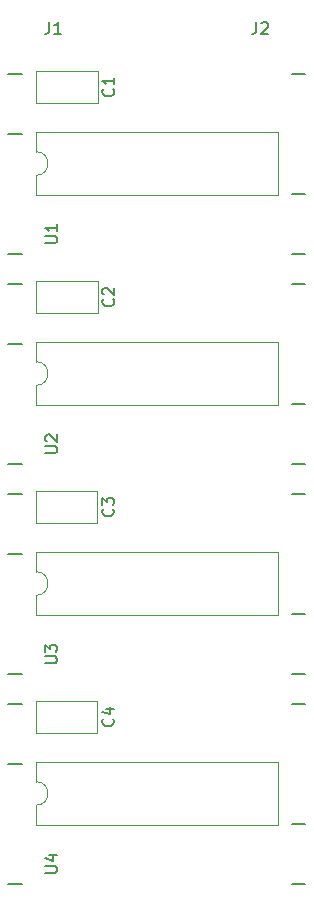
<source format=gbr>
%TF.GenerationSoftware,KiCad,Pcbnew,7.0.6-0*%
%TF.CreationDate,2023-07-28T23:20:17-07:00*%
%TF.ProjectId,V501,56353031-2e6b-4696-9361-645f70636258,rev?*%
%TF.SameCoordinates,Original*%
%TF.FileFunction,Legend,Top*%
%TF.FilePolarity,Positive*%
%FSLAX46Y46*%
G04 Gerber Fmt 4.6, Leading zero omitted, Abs format (unit mm)*
G04 Created by KiCad (PCBNEW 7.0.6-0) date 2023-07-28 23:20:17*
%MOMM*%
%LPD*%
G01*
G04 APERTURE LIST*
%ADD10C,0.150000*%
%ADD11C,0.120000*%
G04 APERTURE END LIST*
D10*
X133477000Y-96647000D02*
X132334000Y-96647000D01*
X133477000Y-114427000D02*
X132334000Y-114427000D01*
X108331000Y-81407000D02*
X109474000Y-81407000D01*
X108331000Y-86487000D02*
X109474000Y-86487000D01*
X108331000Y-96647000D02*
X109474000Y-96647000D01*
X108331000Y-99187000D02*
X109474000Y-99187000D01*
X108331000Y-104267000D02*
X109474000Y-104267000D01*
X108331000Y-114427000D02*
X109474000Y-114427000D01*
X108331000Y-116967000D02*
X109474000Y-116967000D01*
X133477000Y-149987000D02*
X132334000Y-149987000D01*
X133477000Y-144907000D02*
X132334000Y-144907000D01*
X133477000Y-134747000D02*
X132334000Y-134747000D01*
X133477000Y-132207000D02*
X132334000Y-132207000D01*
X133477000Y-127127000D02*
X132334000Y-127127000D01*
X133477000Y-116967000D02*
X132334000Y-116967000D01*
X133477000Y-109347000D02*
X132334000Y-109347000D01*
X133477000Y-99187000D02*
X132334000Y-99187000D01*
X133477000Y-91567000D02*
X132334000Y-91567000D01*
X133477000Y-81407000D02*
X132334000Y-81407000D01*
X108331000Y-149987000D02*
X109474000Y-149987000D01*
X108331000Y-139827000D02*
X109474000Y-139827000D01*
X108331000Y-134747000D02*
X109474000Y-134747000D01*
X108331000Y-132207000D02*
X109474000Y-132207000D01*
X108331000Y-122047000D02*
X109474000Y-122047000D01*
X129333666Y-77051819D02*
X129333666Y-77766104D01*
X129333666Y-77766104D02*
X129286047Y-77908961D01*
X129286047Y-77908961D02*
X129190809Y-78004200D01*
X129190809Y-78004200D02*
X129047952Y-78051819D01*
X129047952Y-78051819D02*
X128952714Y-78051819D01*
X129762238Y-77147057D02*
X129809857Y-77099438D01*
X129809857Y-77099438D02*
X129905095Y-77051819D01*
X129905095Y-77051819D02*
X130143190Y-77051819D01*
X130143190Y-77051819D02*
X130238428Y-77099438D01*
X130238428Y-77099438D02*
X130286047Y-77147057D01*
X130286047Y-77147057D02*
X130333666Y-77242295D01*
X130333666Y-77242295D02*
X130333666Y-77337533D01*
X130333666Y-77337533D02*
X130286047Y-77480390D01*
X130286047Y-77480390D02*
X129714619Y-78051819D01*
X129714619Y-78051819D02*
X130333666Y-78051819D01*
X117199580Y-100496666D02*
X117247200Y-100544285D01*
X117247200Y-100544285D02*
X117294819Y-100687142D01*
X117294819Y-100687142D02*
X117294819Y-100782380D01*
X117294819Y-100782380D02*
X117247200Y-100925237D01*
X117247200Y-100925237D02*
X117151961Y-101020475D01*
X117151961Y-101020475D02*
X117056723Y-101068094D01*
X117056723Y-101068094D02*
X116866247Y-101115713D01*
X116866247Y-101115713D02*
X116723390Y-101115713D01*
X116723390Y-101115713D02*
X116532914Y-101068094D01*
X116532914Y-101068094D02*
X116437676Y-101020475D01*
X116437676Y-101020475D02*
X116342438Y-100925237D01*
X116342438Y-100925237D02*
X116294819Y-100782380D01*
X116294819Y-100782380D02*
X116294819Y-100687142D01*
X116294819Y-100687142D02*
X116342438Y-100544285D01*
X116342438Y-100544285D02*
X116390057Y-100496666D01*
X116390057Y-100115713D02*
X116342438Y-100068094D01*
X116342438Y-100068094D02*
X116294819Y-99972856D01*
X116294819Y-99972856D02*
X116294819Y-99734761D01*
X116294819Y-99734761D02*
X116342438Y-99639523D01*
X116342438Y-99639523D02*
X116390057Y-99591904D01*
X116390057Y-99591904D02*
X116485295Y-99544285D01*
X116485295Y-99544285D02*
X116580533Y-99544285D01*
X116580533Y-99544285D02*
X116723390Y-99591904D01*
X116723390Y-99591904D02*
X117294819Y-100163332D01*
X117294819Y-100163332D02*
X117294819Y-99544285D01*
X117199580Y-82716666D02*
X117247200Y-82764285D01*
X117247200Y-82764285D02*
X117294819Y-82907142D01*
X117294819Y-82907142D02*
X117294819Y-83002380D01*
X117294819Y-83002380D02*
X117247200Y-83145237D01*
X117247200Y-83145237D02*
X117151961Y-83240475D01*
X117151961Y-83240475D02*
X117056723Y-83288094D01*
X117056723Y-83288094D02*
X116866247Y-83335713D01*
X116866247Y-83335713D02*
X116723390Y-83335713D01*
X116723390Y-83335713D02*
X116532914Y-83288094D01*
X116532914Y-83288094D02*
X116437676Y-83240475D01*
X116437676Y-83240475D02*
X116342438Y-83145237D01*
X116342438Y-83145237D02*
X116294819Y-83002380D01*
X116294819Y-83002380D02*
X116294819Y-82907142D01*
X116294819Y-82907142D02*
X116342438Y-82764285D01*
X116342438Y-82764285D02*
X116390057Y-82716666D01*
X117294819Y-81764285D02*
X117294819Y-82335713D01*
X117294819Y-82049999D02*
X116294819Y-82049999D01*
X116294819Y-82049999D02*
X116437676Y-82145237D01*
X116437676Y-82145237D02*
X116532914Y-82240475D01*
X116532914Y-82240475D02*
X116580533Y-82335713D01*
X117184580Y-118286666D02*
X117232200Y-118334285D01*
X117232200Y-118334285D02*
X117279819Y-118477142D01*
X117279819Y-118477142D02*
X117279819Y-118572380D01*
X117279819Y-118572380D02*
X117232200Y-118715237D01*
X117232200Y-118715237D02*
X117136961Y-118810475D01*
X117136961Y-118810475D02*
X117041723Y-118858094D01*
X117041723Y-118858094D02*
X116851247Y-118905713D01*
X116851247Y-118905713D02*
X116708390Y-118905713D01*
X116708390Y-118905713D02*
X116517914Y-118858094D01*
X116517914Y-118858094D02*
X116422676Y-118810475D01*
X116422676Y-118810475D02*
X116327438Y-118715237D01*
X116327438Y-118715237D02*
X116279819Y-118572380D01*
X116279819Y-118572380D02*
X116279819Y-118477142D01*
X116279819Y-118477142D02*
X116327438Y-118334285D01*
X116327438Y-118334285D02*
X116375057Y-118286666D01*
X116279819Y-117953332D02*
X116279819Y-117334285D01*
X116279819Y-117334285D02*
X116660771Y-117667618D01*
X116660771Y-117667618D02*
X116660771Y-117524761D01*
X116660771Y-117524761D02*
X116708390Y-117429523D01*
X116708390Y-117429523D02*
X116756009Y-117381904D01*
X116756009Y-117381904D02*
X116851247Y-117334285D01*
X116851247Y-117334285D02*
X117089342Y-117334285D01*
X117089342Y-117334285D02*
X117184580Y-117381904D01*
X117184580Y-117381904D02*
X117232200Y-117429523D01*
X117232200Y-117429523D02*
X117279819Y-117524761D01*
X117279819Y-117524761D02*
X117279819Y-117810475D01*
X117279819Y-117810475D02*
X117232200Y-117905713D01*
X117232200Y-117905713D02*
X117184580Y-117953332D01*
X111468819Y-95757904D02*
X112278342Y-95757904D01*
X112278342Y-95757904D02*
X112373580Y-95710285D01*
X112373580Y-95710285D02*
X112421200Y-95662666D01*
X112421200Y-95662666D02*
X112468819Y-95567428D01*
X112468819Y-95567428D02*
X112468819Y-95376952D01*
X112468819Y-95376952D02*
X112421200Y-95281714D01*
X112421200Y-95281714D02*
X112373580Y-95234095D01*
X112373580Y-95234095D02*
X112278342Y-95186476D01*
X112278342Y-95186476D02*
X111468819Y-95186476D01*
X112468819Y-94186476D02*
X112468819Y-94757904D01*
X112468819Y-94472190D02*
X111468819Y-94472190D01*
X111468819Y-94472190D02*
X111611676Y-94567428D01*
X111611676Y-94567428D02*
X111706914Y-94662666D01*
X111706914Y-94662666D02*
X111754533Y-94757904D01*
X111453819Y-149087904D02*
X112263342Y-149087904D01*
X112263342Y-149087904D02*
X112358580Y-149040285D01*
X112358580Y-149040285D02*
X112406200Y-148992666D01*
X112406200Y-148992666D02*
X112453819Y-148897428D01*
X112453819Y-148897428D02*
X112453819Y-148706952D01*
X112453819Y-148706952D02*
X112406200Y-148611714D01*
X112406200Y-148611714D02*
X112358580Y-148564095D01*
X112358580Y-148564095D02*
X112263342Y-148516476D01*
X112263342Y-148516476D02*
X111453819Y-148516476D01*
X111787152Y-147611714D02*
X112453819Y-147611714D01*
X111406200Y-147849809D02*
X112120485Y-148087904D01*
X112120485Y-148087904D02*
X112120485Y-147468857D01*
X111468819Y-113537904D02*
X112278342Y-113537904D01*
X112278342Y-113537904D02*
X112373580Y-113490285D01*
X112373580Y-113490285D02*
X112421200Y-113442666D01*
X112421200Y-113442666D02*
X112468819Y-113347428D01*
X112468819Y-113347428D02*
X112468819Y-113156952D01*
X112468819Y-113156952D02*
X112421200Y-113061714D01*
X112421200Y-113061714D02*
X112373580Y-113014095D01*
X112373580Y-113014095D02*
X112278342Y-112966476D01*
X112278342Y-112966476D02*
X111468819Y-112966476D01*
X111564057Y-112537904D02*
X111516438Y-112490285D01*
X111516438Y-112490285D02*
X111468819Y-112395047D01*
X111468819Y-112395047D02*
X111468819Y-112156952D01*
X111468819Y-112156952D02*
X111516438Y-112061714D01*
X111516438Y-112061714D02*
X111564057Y-112014095D01*
X111564057Y-112014095D02*
X111659295Y-111966476D01*
X111659295Y-111966476D02*
X111754533Y-111966476D01*
X111754533Y-111966476D02*
X111897390Y-112014095D01*
X111897390Y-112014095D02*
X112468819Y-112585523D01*
X112468819Y-112585523D02*
X112468819Y-111966476D01*
X117184580Y-136046666D02*
X117232200Y-136094285D01*
X117232200Y-136094285D02*
X117279819Y-136237142D01*
X117279819Y-136237142D02*
X117279819Y-136332380D01*
X117279819Y-136332380D02*
X117232200Y-136475237D01*
X117232200Y-136475237D02*
X117136961Y-136570475D01*
X117136961Y-136570475D02*
X117041723Y-136618094D01*
X117041723Y-136618094D02*
X116851247Y-136665713D01*
X116851247Y-136665713D02*
X116708390Y-136665713D01*
X116708390Y-136665713D02*
X116517914Y-136618094D01*
X116517914Y-136618094D02*
X116422676Y-136570475D01*
X116422676Y-136570475D02*
X116327438Y-136475237D01*
X116327438Y-136475237D02*
X116279819Y-136332380D01*
X116279819Y-136332380D02*
X116279819Y-136237142D01*
X116279819Y-136237142D02*
X116327438Y-136094285D01*
X116327438Y-136094285D02*
X116375057Y-136046666D01*
X116613152Y-135189523D02*
X117279819Y-135189523D01*
X116232200Y-135427618D02*
X116946485Y-135665713D01*
X116946485Y-135665713D02*
X116946485Y-135046666D01*
X111453819Y-131327904D02*
X112263342Y-131327904D01*
X112263342Y-131327904D02*
X112358580Y-131280285D01*
X112358580Y-131280285D02*
X112406200Y-131232666D01*
X112406200Y-131232666D02*
X112453819Y-131137428D01*
X112453819Y-131137428D02*
X112453819Y-130946952D01*
X112453819Y-130946952D02*
X112406200Y-130851714D01*
X112406200Y-130851714D02*
X112358580Y-130804095D01*
X112358580Y-130804095D02*
X112263342Y-130756476D01*
X112263342Y-130756476D02*
X111453819Y-130756476D01*
X111453819Y-130375523D02*
X111453819Y-129756476D01*
X111453819Y-129756476D02*
X111834771Y-130089809D01*
X111834771Y-130089809D02*
X111834771Y-129946952D01*
X111834771Y-129946952D02*
X111882390Y-129851714D01*
X111882390Y-129851714D02*
X111930009Y-129804095D01*
X111930009Y-129804095D02*
X112025247Y-129756476D01*
X112025247Y-129756476D02*
X112263342Y-129756476D01*
X112263342Y-129756476D02*
X112358580Y-129804095D01*
X112358580Y-129804095D02*
X112406200Y-129851714D01*
X112406200Y-129851714D02*
X112453819Y-129946952D01*
X112453819Y-129946952D02*
X112453819Y-130232666D01*
X112453819Y-130232666D02*
X112406200Y-130327904D01*
X112406200Y-130327904D02*
X112358580Y-130375523D01*
X111807666Y-77051819D02*
X111807666Y-77766104D01*
X111807666Y-77766104D02*
X111760047Y-77908961D01*
X111760047Y-77908961D02*
X111664809Y-78004200D01*
X111664809Y-78004200D02*
X111521952Y-78051819D01*
X111521952Y-78051819D02*
X111426714Y-78051819D01*
X112807666Y-78051819D02*
X112236238Y-78051819D01*
X112521952Y-78051819D02*
X112521952Y-77051819D01*
X112521952Y-77051819D02*
X112426714Y-77194676D01*
X112426714Y-77194676D02*
X112331476Y-77289914D01*
X112331476Y-77289914D02*
X112236238Y-77337533D01*
D11*
%TO.C,C2*%
X110664000Y-98960000D02*
X110664000Y-101700000D01*
X110664000Y-98960000D02*
X115904000Y-98960000D01*
X110664000Y-101700000D02*
X115904000Y-101700000D01*
X115904000Y-98960000D02*
X115904000Y-101700000D01*
%TO.C,C1*%
X110664000Y-81180000D02*
X110664000Y-83920000D01*
X110664000Y-81180000D02*
X115904000Y-81180000D01*
X110664000Y-83920000D02*
X115904000Y-83920000D01*
X115904000Y-81180000D02*
X115904000Y-83920000D01*
%TO.C,C3*%
X110629000Y-116750000D02*
X110629000Y-119490000D01*
X110629000Y-116750000D02*
X115869000Y-116750000D01*
X110629000Y-119490000D02*
X115869000Y-119490000D01*
X115869000Y-116750000D02*
X115869000Y-119490000D01*
%TO.C,U1*%
X110684000Y-91677000D02*
X131124000Y-91677000D01*
X131124000Y-91677000D02*
X131124000Y-86377000D01*
X110684000Y-90027000D02*
X110684000Y-91677000D01*
X110684000Y-86377000D02*
X110684000Y-88027000D01*
X131124000Y-86377000D02*
X110684000Y-86377000D01*
X110684000Y-90027000D02*
G75*
G03*
X110684000Y-88027000I0J1000000D01*
G01*
%TO.C,U4*%
X110684000Y-145007000D02*
X131124000Y-145007000D01*
X131124000Y-145007000D02*
X131124000Y-139707000D01*
X110684000Y-143357000D02*
X110684000Y-145007000D01*
X110684000Y-139707000D02*
X110684000Y-141357000D01*
X131124000Y-139707000D02*
X110684000Y-139707000D01*
X110684000Y-143357000D02*
G75*
G03*
X110684000Y-141357000I0J1000000D01*
G01*
%TO.C,U2*%
X110684000Y-109457000D02*
X131124000Y-109457000D01*
X131124000Y-109457000D02*
X131124000Y-104157000D01*
X110684000Y-107807000D02*
X110684000Y-109457000D01*
X110684000Y-104157000D02*
X110684000Y-105807000D01*
X131124000Y-104157000D02*
X110684000Y-104157000D01*
X110684000Y-107807000D02*
G75*
G03*
X110684000Y-105807000I0J1000000D01*
G01*
%TO.C,C4*%
X110629000Y-134510000D02*
X110629000Y-137250000D01*
X110629000Y-134510000D02*
X115869000Y-134510000D01*
X110629000Y-137250000D02*
X115869000Y-137250000D01*
X115869000Y-134510000D02*
X115869000Y-137250000D01*
%TO.C,U3*%
X110684000Y-127237000D02*
X131124000Y-127237000D01*
X131124000Y-127237000D02*
X131124000Y-121937000D01*
X110684000Y-125587000D02*
X110684000Y-127237000D01*
X110684000Y-121937000D02*
X110684000Y-123587000D01*
X131124000Y-121937000D02*
X110684000Y-121937000D01*
X110684000Y-125587000D02*
G75*
G03*
X110684000Y-123587000I0J1000000D01*
G01*
%TD*%
M02*

</source>
